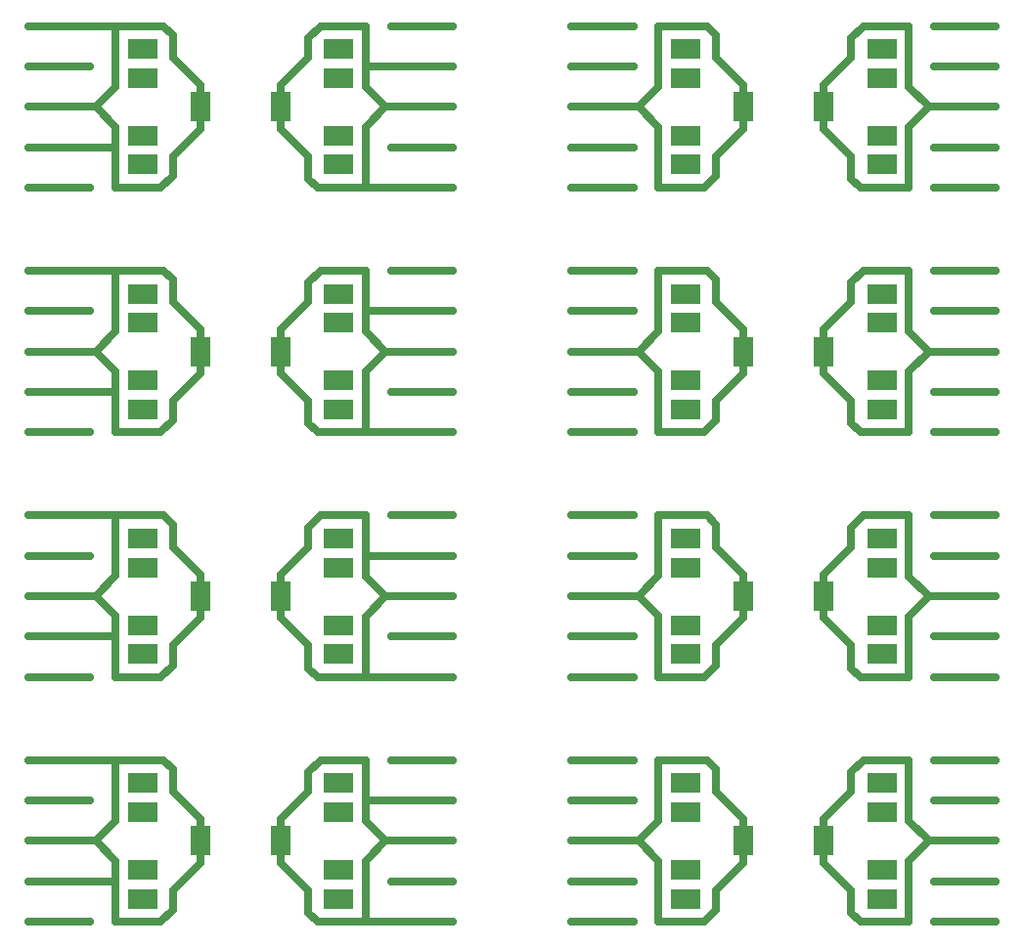
<source format=gbl>
G04 #@! TF.GenerationSoftware,KiCad,Pcbnew,(5.1.0)-1*
G04 #@! TF.CreationDate,2019-06-08T18:11:24-04:00*
G04 #@! TF.ProjectId,input+output,696e7075-742b-46f7-9574-7075742e6b69,0.1*
G04 #@! TF.SameCoordinates,Original*
G04 #@! TF.FileFunction,Copper,L2,Bot*
G04 #@! TF.FilePolarity,Positive*
%FSLAX46Y46*%
G04 Gerber Fmt 4.6, Leading zero omitted, Abs format (unit mm)*
G04 Created by KiCad (PCBNEW (5.1.0)-1) date 2019-06-08 18:11:24*
%MOMM*%
%LPD*%
G04 APERTURE LIST*
%ADD10R,2.500000X1.800000*%
%ADD11R,1.800000X2.500000*%
%ADD12C,0.609600*%
%ADD13C,0.635000*%
G04 APERTURE END LIST*
D10*
X93050000Y-135004000D03*
X93050000Y-125004000D03*
D11*
X98050000Y-130004000D03*
D10*
X93050000Y-132504000D03*
X93050000Y-127504000D03*
X93050000Y-106304000D03*
X93050000Y-111304000D03*
D11*
X98050000Y-108804000D03*
D10*
X93050000Y-103804000D03*
X93050000Y-113804000D03*
X110050000Y-103804000D03*
X110050000Y-113804000D03*
D11*
X105050000Y-108804000D03*
D10*
X110050000Y-106304000D03*
X110050000Y-111304000D03*
X110050000Y-132504000D03*
X110050000Y-127504000D03*
D11*
X105050000Y-130004000D03*
D10*
X110050000Y-135004000D03*
X110050000Y-125004000D03*
X157050000Y-111304000D03*
X157050000Y-106304000D03*
D11*
X152050000Y-108804000D03*
D10*
X157050000Y-113804000D03*
X157050000Y-103804000D03*
X140050000Y-113804000D03*
X140050000Y-103804000D03*
D11*
X145050000Y-108804000D03*
D10*
X140050000Y-111304000D03*
X140050000Y-106304000D03*
X140050000Y-127504000D03*
X140050000Y-132504000D03*
D11*
X145050000Y-130004000D03*
D10*
X140050000Y-125004000D03*
X140050000Y-135004000D03*
X157050000Y-125004000D03*
X157050000Y-135004000D03*
D11*
X152050000Y-130004000D03*
D10*
X157050000Y-127504000D03*
X157050000Y-132504000D03*
X140050000Y-63904000D03*
X140050000Y-68904000D03*
D11*
X145050000Y-66404000D03*
D10*
X140050000Y-61404000D03*
X140050000Y-71404000D03*
X157050000Y-61404000D03*
X157050000Y-71404000D03*
D11*
X152050000Y-66404000D03*
D10*
X157050000Y-63904000D03*
X157050000Y-68904000D03*
X157050000Y-90104000D03*
X157050000Y-85104000D03*
D11*
X152050000Y-87604000D03*
D10*
X157050000Y-92604000D03*
X157050000Y-82604000D03*
X140050000Y-92604000D03*
X140050000Y-82604000D03*
D11*
X145050000Y-87604000D03*
D10*
X140050000Y-90104000D03*
X140050000Y-85104000D03*
X110050000Y-68904000D03*
X110050000Y-63904000D03*
D11*
X105050000Y-66404000D03*
D10*
X110050000Y-71404000D03*
X110050000Y-61404000D03*
X93050000Y-71404000D03*
X93050000Y-61404000D03*
D11*
X98050000Y-66404000D03*
D10*
X93050000Y-68904000D03*
X93050000Y-63904000D03*
X93050000Y-85104000D03*
X93050000Y-90104000D03*
D11*
X98050000Y-87604000D03*
D10*
X93050000Y-82604000D03*
X93050000Y-92604000D03*
X110050000Y-82604000D03*
X110050000Y-92604000D03*
D11*
X105050000Y-87604000D03*
D10*
X110050000Y-85104000D03*
X110050000Y-90104000D03*
D12*
X114550000Y-80604000D03*
X114550000Y-91104000D03*
X88550000Y-87604000D03*
X114550000Y-94604000D03*
X88550000Y-94604000D03*
X88550000Y-84104000D03*
X114550000Y-84104000D03*
X88550000Y-80604000D03*
X114550000Y-87604000D03*
X88550000Y-91104000D03*
X88550000Y-59404000D03*
X88550000Y-69904000D03*
X88550000Y-73404000D03*
X88550000Y-66404000D03*
X88550000Y-62904000D03*
X114550000Y-73404000D03*
X114550000Y-66404000D03*
X114550000Y-69904000D03*
X114550000Y-62904000D03*
X114550000Y-59404000D03*
X135550000Y-91104000D03*
X161550000Y-84104000D03*
X161550000Y-80604000D03*
X161550000Y-91104000D03*
X161550000Y-94604000D03*
X135550000Y-94604000D03*
X161550000Y-87604000D03*
X135550000Y-87604000D03*
X135550000Y-84104000D03*
X135550000Y-80604000D03*
X135550000Y-66404000D03*
X161550000Y-62904000D03*
X161550000Y-59404000D03*
X135550000Y-73404000D03*
X161550000Y-69904000D03*
X161550000Y-66404000D03*
X135550000Y-62904000D03*
X161550000Y-73404000D03*
X135550000Y-69904000D03*
X135550000Y-59404000D03*
X161550000Y-123004000D03*
X135550000Y-133504000D03*
X161550000Y-137004000D03*
X161550000Y-130004000D03*
X161550000Y-126504000D03*
X161550000Y-133504000D03*
X135550000Y-137004000D03*
X135550000Y-130004000D03*
X135550000Y-126504000D03*
X135550000Y-123004000D03*
X135550000Y-108804000D03*
X135550000Y-115804000D03*
X135550000Y-101804000D03*
X161550000Y-101804000D03*
X161550000Y-112304000D03*
X135550000Y-105304000D03*
X161550000Y-105304000D03*
X161550000Y-108804000D03*
X161550000Y-115804000D03*
X135550000Y-112304000D03*
X88550000Y-130004000D03*
X88550000Y-108804000D03*
X114550000Y-115804000D03*
X114550000Y-123004000D03*
X88550000Y-133504000D03*
X114550000Y-126504000D03*
X88550000Y-112304000D03*
X88550000Y-101804000D03*
X114550000Y-137004000D03*
X88550000Y-126504000D03*
X114550000Y-133504000D03*
X114550000Y-130004000D03*
X88550000Y-137004000D03*
X88550000Y-105304000D03*
X88550000Y-115804000D03*
X114550000Y-112304000D03*
X114550000Y-105304000D03*
X88550000Y-123004000D03*
X114550000Y-108804000D03*
X114550000Y-101804000D03*
D13*
X114118948Y-87604000D02*
X114550000Y-87604000D01*
X95677000Y-91862000D02*
X95677000Y-93573000D01*
X112361000Y-94604000D02*
X112361000Y-89361948D01*
X112391000Y-84190000D02*
X112391000Y-85876052D01*
X107423000Y-83346000D02*
X107423000Y-81635000D01*
X114550000Y-84104000D02*
X112477000Y-84104000D01*
X98050000Y-85719000D02*
X95677000Y-83346000D01*
X112361000Y-89361948D02*
X114118948Y-87604000D01*
X105050000Y-85719000D02*
X107423000Y-83346000D01*
X98050000Y-89489000D02*
X95677000Y-91862000D01*
X88550000Y-80604000D02*
X83150000Y-80604000D01*
X114550000Y-91104000D02*
X119950000Y-91104000D01*
X105050000Y-89489000D02*
X107423000Y-91862000D01*
X112391000Y-85876052D02*
X114118948Y-87604000D01*
X114550000Y-94604000D02*
X119950000Y-94604000D01*
X114550000Y-80604000D02*
X119950000Y-80604000D01*
X105050000Y-87604000D02*
X105050000Y-89489000D01*
X107423000Y-91862000D02*
X107423000Y-93827000D01*
X114550000Y-87604000D02*
X119950000Y-87604000D01*
X108200000Y-94604000D02*
X112361000Y-94604000D01*
X88550000Y-87604000D02*
X83150000Y-87604000D01*
X107423000Y-81635000D02*
X108454000Y-80604000D01*
X107423000Y-93827000D02*
X108200000Y-94604000D01*
X112477000Y-84104000D02*
X112391000Y-84190000D01*
X105050000Y-87604000D02*
X105050000Y-85719000D01*
X108454000Y-80604000D02*
X112391000Y-80604000D01*
X88550000Y-91104000D02*
X83150000Y-91104000D01*
X112391000Y-80604000D02*
X112391000Y-84190000D01*
X88550000Y-94604000D02*
X83150000Y-94604000D01*
X88550000Y-84104000D02*
X83150000Y-84104000D01*
X112361000Y-94604000D02*
X114550000Y-94604000D01*
X114550000Y-84104000D02*
X119950000Y-84104000D01*
X90739000Y-80604000D02*
X88550000Y-80604000D01*
X98050000Y-87604000D02*
X98050000Y-85719000D01*
X95677000Y-81381000D02*
X94900000Y-80604000D01*
X94900000Y-80604000D02*
X90739000Y-80604000D01*
X95677000Y-93573000D02*
X94646000Y-94604000D01*
X90709000Y-91018000D02*
X90709000Y-89331948D01*
X88981052Y-87604000D02*
X88550000Y-87604000D01*
X88550000Y-91104000D02*
X90623000Y-91104000D01*
X95677000Y-83346000D02*
X95677000Y-81381000D01*
X90739000Y-80604000D02*
X90739000Y-85846052D01*
X90739000Y-85846052D02*
X88981052Y-87604000D01*
X94646000Y-94604000D02*
X90709000Y-94604000D01*
X90623000Y-91104000D02*
X90709000Y-91018000D01*
X90709000Y-94604000D02*
X90709000Y-91018000D01*
X98050000Y-87604000D02*
X98050000Y-89489000D01*
X90709000Y-89331948D02*
X88981052Y-87604000D01*
X112391000Y-59404000D02*
X112391000Y-62990000D01*
X107423000Y-72627000D02*
X108200000Y-73404000D01*
X114550000Y-69904000D02*
X119950000Y-69904000D01*
X105050000Y-68289000D02*
X107423000Y-70662000D01*
X112391000Y-64676052D02*
X114118948Y-66404000D01*
X112361000Y-73404000D02*
X114550000Y-73404000D01*
X107423000Y-60435000D02*
X108454000Y-59404000D01*
X112477000Y-62904000D02*
X112391000Y-62990000D01*
X114550000Y-73404000D02*
X119950000Y-73404000D01*
X114550000Y-59404000D02*
X119950000Y-59404000D01*
X114550000Y-66404000D02*
X119950000Y-66404000D01*
X105050000Y-64519000D02*
X107423000Y-62146000D01*
X112361000Y-68161948D02*
X114118948Y-66404000D01*
X105050000Y-66404000D02*
X105050000Y-68289000D01*
X114550000Y-62904000D02*
X119950000Y-62904000D01*
X107423000Y-70662000D02*
X107423000Y-72627000D01*
X108200000Y-73404000D02*
X112361000Y-73404000D01*
X105050000Y-66404000D02*
X105050000Y-64519000D01*
X108454000Y-59404000D02*
X112391000Y-59404000D01*
X88550000Y-69904000D02*
X83150000Y-69904000D01*
X88550000Y-59404000D02*
X83150000Y-59404000D01*
X88550000Y-66404000D02*
X83150000Y-66404000D01*
X88550000Y-73404000D02*
X83150000Y-73404000D01*
X88550000Y-62904000D02*
X83150000Y-62904000D01*
X98050000Y-64519000D02*
X95677000Y-62146000D01*
X98050000Y-68289000D02*
X95677000Y-70662000D01*
X90739000Y-64646052D02*
X88981052Y-66404000D01*
X98050000Y-66404000D02*
X98050000Y-68289000D01*
X95677000Y-62146000D02*
X95677000Y-60181000D01*
X95677000Y-60181000D02*
X94900000Y-59404000D01*
X90709000Y-68131948D02*
X88981052Y-66404000D01*
X90739000Y-59404000D02*
X88550000Y-59404000D01*
X94900000Y-59404000D02*
X90739000Y-59404000D01*
X98050000Y-66404000D02*
X98050000Y-64519000D01*
X95677000Y-72373000D02*
X94646000Y-73404000D01*
X94646000Y-73404000D02*
X90709000Y-73404000D01*
X90623000Y-69904000D02*
X90709000Y-69818000D01*
X90709000Y-73404000D02*
X90709000Y-69818000D01*
X90709000Y-69818000D02*
X90709000Y-68131948D01*
X88981052Y-66404000D02*
X88550000Y-66404000D01*
X88550000Y-69904000D02*
X90623000Y-69904000D01*
X90739000Y-59404000D02*
X90739000Y-64646052D01*
X95677000Y-70662000D02*
X95677000Y-72373000D01*
X107423000Y-62146000D02*
X107423000Y-60435000D01*
X112361000Y-73404000D02*
X112361000Y-68161948D01*
X114550000Y-62904000D02*
X112477000Y-62904000D01*
X114118948Y-66404000D02*
X114550000Y-66404000D01*
X112391000Y-62990000D02*
X112391000Y-64676052D01*
X145050000Y-66404000D02*
X145050000Y-64519000D01*
X142677000Y-70662000D02*
X142677000Y-72373000D01*
X135550000Y-62904000D02*
X130150000Y-62904000D01*
X135550000Y-73404000D02*
X130150000Y-73404000D01*
X145050000Y-68289000D02*
X142677000Y-70662000D01*
X137709000Y-73404000D02*
X137709000Y-69818000D01*
X145050000Y-64519000D02*
X142677000Y-62146000D01*
X145050000Y-66404000D02*
X145050000Y-68289000D01*
X142677000Y-62146000D02*
X142677000Y-60181000D01*
X137709000Y-68131948D02*
X135981052Y-66404000D01*
X141900000Y-59404000D02*
X137739000Y-59404000D01*
X137739000Y-64646052D02*
X135981052Y-66404000D01*
X141646000Y-73404000D02*
X137709000Y-73404000D01*
X142677000Y-72373000D02*
X141646000Y-73404000D01*
X137709000Y-69818000D02*
X137709000Y-68131948D01*
X135550000Y-66404000D02*
X130150000Y-66404000D01*
X135981052Y-66404000D02*
X135550000Y-66404000D01*
X137739000Y-59404000D02*
X137739000Y-64646052D01*
X135550000Y-69904000D02*
X130150000Y-69904000D01*
X142677000Y-60181000D02*
X141900000Y-59404000D01*
X135550000Y-59404000D02*
X130150000Y-59404000D01*
X159391000Y-62990000D02*
X159391000Y-64676052D01*
X154423000Y-62146000D02*
X154423000Y-60435000D01*
X161118948Y-66404000D02*
X161550000Y-66404000D01*
X159361000Y-73404000D02*
X159361000Y-68161948D01*
X154423000Y-70662000D02*
X154423000Y-72627000D01*
X152050000Y-64519000D02*
X154423000Y-62146000D01*
X154423000Y-72627000D02*
X155200000Y-73404000D01*
X161550000Y-66404000D02*
X166950000Y-66404000D01*
X159391000Y-64676052D02*
X161118948Y-66404000D01*
X159391000Y-59404000D02*
X159391000Y-62990000D01*
X161550000Y-69904000D02*
X166950000Y-69904000D01*
X154423000Y-60435000D02*
X155454000Y-59404000D01*
X152050000Y-66404000D02*
X152050000Y-68289000D01*
X152050000Y-68289000D02*
X154423000Y-70662000D01*
X161550000Y-73404000D02*
X166950000Y-73404000D01*
X161550000Y-59404000D02*
X166950000Y-59404000D01*
X159361000Y-68161948D02*
X161118948Y-66404000D01*
X161550000Y-62904000D02*
X166950000Y-62904000D01*
X155200000Y-73404000D02*
X159361000Y-73404000D01*
X155454000Y-59404000D02*
X159391000Y-59404000D01*
X152050000Y-66404000D02*
X152050000Y-64519000D01*
X154423000Y-83346000D02*
X154423000Y-81635000D01*
X161550000Y-94604000D02*
X166950000Y-94604000D01*
X152050000Y-87604000D02*
X152050000Y-89489000D01*
X159361000Y-89361948D02*
X161118948Y-87604000D01*
X154423000Y-91862000D02*
X154423000Y-93827000D01*
X161550000Y-91104000D02*
X166950000Y-91104000D01*
X161550000Y-87604000D02*
X166950000Y-87604000D01*
X135550000Y-80604000D02*
X130150000Y-80604000D01*
X159391000Y-84190000D02*
X159391000Y-85876052D01*
X152050000Y-85719000D02*
X154423000Y-83346000D01*
X142677000Y-91862000D02*
X142677000Y-93573000D01*
X145050000Y-85719000D02*
X142677000Y-83346000D01*
X145050000Y-89489000D02*
X142677000Y-91862000D01*
X152050000Y-89489000D02*
X154423000Y-91862000D01*
X159361000Y-94604000D02*
X159361000Y-89361948D01*
X159391000Y-85876052D02*
X161118948Y-87604000D01*
X161550000Y-80604000D02*
X166950000Y-80604000D01*
X161118948Y-87604000D02*
X161550000Y-87604000D01*
X155200000Y-94604000D02*
X159361000Y-94604000D01*
X135550000Y-87604000D02*
X130150000Y-87604000D01*
X154423000Y-81635000D02*
X155454000Y-80604000D01*
X159391000Y-80604000D02*
X159391000Y-84190000D01*
X137739000Y-85846052D02*
X135981052Y-87604000D01*
X137709000Y-89331948D02*
X135981052Y-87604000D01*
X135550000Y-91104000D02*
X130150000Y-91104000D01*
X161550000Y-84104000D02*
X166950000Y-84104000D01*
X142677000Y-81381000D02*
X141900000Y-80604000D01*
X137739000Y-80604000D02*
X137739000Y-85846052D01*
X155454000Y-80604000D02*
X159391000Y-80604000D01*
X142677000Y-93573000D02*
X141646000Y-94604000D01*
X135550000Y-94604000D02*
X130150000Y-94604000D01*
X137709000Y-91018000D02*
X137709000Y-89331948D01*
X142677000Y-83346000D02*
X142677000Y-81381000D01*
X137709000Y-94604000D02*
X137709000Y-91018000D01*
X141646000Y-94604000D02*
X137709000Y-94604000D01*
X145050000Y-87604000D02*
X145050000Y-89489000D01*
X152050000Y-87604000D02*
X152050000Y-85719000D01*
X135550000Y-84104000D02*
X130150000Y-84104000D01*
X145050000Y-87604000D02*
X145050000Y-85719000D01*
X154423000Y-93827000D02*
X155200000Y-94604000D01*
X135981052Y-87604000D02*
X135550000Y-87604000D01*
X141900000Y-80604000D02*
X137739000Y-80604000D01*
X154423000Y-115027000D02*
X155200000Y-115804000D01*
X135550000Y-101804000D02*
X130150000Y-101804000D01*
X152050000Y-110689000D02*
X154423000Y-113062000D01*
X152050000Y-106919000D02*
X154423000Y-104546000D01*
X145050000Y-106919000D02*
X142677000Y-104546000D01*
X137739000Y-107046052D02*
X135981052Y-108804000D01*
X142677000Y-113062000D02*
X142677000Y-114773000D01*
X135550000Y-108804000D02*
X130150000Y-108804000D01*
X137709000Y-112218000D02*
X137709000Y-110531948D01*
X142677000Y-102581000D02*
X141900000Y-101804000D01*
X145050000Y-108804000D02*
X145050000Y-110689000D01*
X137709000Y-110531948D02*
X135981052Y-108804000D01*
X142677000Y-114773000D02*
X141646000Y-115804000D01*
X154423000Y-104546000D02*
X154423000Y-102835000D01*
X135550000Y-105304000D02*
X130150000Y-105304000D01*
X135550000Y-112304000D02*
X130150000Y-112304000D01*
X154423000Y-113062000D02*
X154423000Y-115027000D01*
X161550000Y-108804000D02*
X166950000Y-108804000D01*
X135981052Y-108804000D02*
X135550000Y-108804000D01*
X145050000Y-108804000D02*
X145050000Y-106919000D01*
X141900000Y-101804000D02*
X137739000Y-101804000D01*
X159391000Y-105390000D02*
X159391000Y-107076052D01*
X137709000Y-115804000D02*
X137709000Y-112218000D01*
X142677000Y-104546000D02*
X142677000Y-102581000D01*
X159361000Y-115804000D02*
X159361000Y-110561948D01*
X161550000Y-112304000D02*
X166950000Y-112304000D01*
X141646000Y-115804000D02*
X137709000Y-115804000D01*
X152050000Y-108804000D02*
X152050000Y-110689000D01*
X159391000Y-101804000D02*
X159391000Y-105390000D01*
X154423000Y-102835000D02*
X155454000Y-101804000D01*
X159391000Y-107076052D02*
X161118948Y-108804000D01*
X137739000Y-101804000D02*
X137739000Y-107046052D01*
X145050000Y-110689000D02*
X142677000Y-113062000D01*
X161118948Y-108804000D02*
X161550000Y-108804000D01*
X135550000Y-115804000D02*
X130150000Y-115804000D01*
X159361000Y-131761948D02*
X161118948Y-130004000D01*
X161550000Y-137004000D02*
X166950000Y-137004000D01*
X155454000Y-101804000D02*
X159391000Y-101804000D01*
X161550000Y-101804000D02*
X166950000Y-101804000D01*
X161550000Y-115804000D02*
X166950000Y-115804000D01*
X161550000Y-105304000D02*
X166950000Y-105304000D01*
X159361000Y-110561948D02*
X161118948Y-108804000D01*
X155200000Y-115804000D02*
X159361000Y-115804000D01*
X152050000Y-108804000D02*
X152050000Y-106919000D01*
X154423000Y-125746000D02*
X154423000Y-124035000D01*
X152050000Y-130004000D02*
X152050000Y-131889000D01*
X154423000Y-136227000D02*
X155200000Y-137004000D01*
X141900000Y-123004000D02*
X137739000Y-123004000D01*
X141646000Y-137004000D02*
X137709000Y-137004000D01*
X145050000Y-130004000D02*
X145050000Y-128119000D01*
X135550000Y-126504000D02*
X130150000Y-126504000D01*
X145050000Y-130004000D02*
X145050000Y-131889000D01*
X135981052Y-130004000D02*
X135550000Y-130004000D01*
X152050000Y-130004000D02*
X152050000Y-128119000D01*
X159391000Y-126590000D02*
X159391000Y-128276052D01*
X161550000Y-130004000D02*
X166950000Y-130004000D01*
X152050000Y-131889000D02*
X154423000Y-134262000D01*
X145050000Y-128119000D02*
X142677000Y-125746000D01*
X159391000Y-128276052D02*
X161118948Y-130004000D01*
X135550000Y-130004000D02*
X130150000Y-130004000D01*
X154423000Y-134262000D02*
X154423000Y-136227000D01*
X154423000Y-124035000D02*
X155454000Y-123004000D01*
X152050000Y-128119000D02*
X154423000Y-125746000D01*
X161550000Y-133504000D02*
X166950000Y-133504000D01*
X161550000Y-123004000D02*
X166950000Y-123004000D01*
X142677000Y-134262000D02*
X142677000Y-135973000D01*
X135550000Y-123004000D02*
X130150000Y-123004000D01*
X155200000Y-137004000D02*
X159361000Y-137004000D01*
X161118948Y-130004000D02*
X161550000Y-130004000D01*
X159361000Y-137004000D02*
X159361000Y-131761948D01*
X145050000Y-131889000D02*
X142677000Y-134262000D01*
X135550000Y-133504000D02*
X130150000Y-133504000D01*
X159391000Y-123004000D02*
X159391000Y-126590000D01*
X137709000Y-131731948D02*
X135981052Y-130004000D01*
X137739000Y-128246052D02*
X135981052Y-130004000D01*
X142677000Y-123781000D02*
X141900000Y-123004000D01*
X142677000Y-135973000D02*
X141646000Y-137004000D01*
X135550000Y-137004000D02*
X130150000Y-137004000D01*
X155454000Y-123004000D02*
X159391000Y-123004000D01*
X137709000Y-133418000D02*
X137709000Y-131731948D01*
X137709000Y-137004000D02*
X137709000Y-133418000D01*
X137739000Y-123004000D02*
X137739000Y-128246052D01*
X142677000Y-125746000D02*
X142677000Y-123781000D01*
X161550000Y-126504000D02*
X166950000Y-126504000D01*
X88550000Y-112304000D02*
X90623000Y-112304000D01*
X98050000Y-108804000D02*
X98050000Y-110689000D01*
X90739000Y-107046052D02*
X88981052Y-108804000D01*
X107423000Y-104546000D02*
X107423000Y-102835000D01*
X95677000Y-102581000D02*
X94900000Y-101804000D01*
X90709000Y-112218000D02*
X90709000Y-110531948D01*
X98050000Y-110689000D02*
X95677000Y-113062000D01*
X95677000Y-104546000D02*
X95677000Y-102581000D01*
X94900000Y-101804000D02*
X90739000Y-101804000D01*
X90709000Y-115804000D02*
X90709000Y-112218000D01*
X95677000Y-113062000D02*
X95677000Y-114773000D01*
X114550000Y-105304000D02*
X112477000Y-105304000D01*
X88981052Y-108804000D02*
X88550000Y-108804000D01*
X90623000Y-112304000D02*
X90709000Y-112218000D01*
X90739000Y-101804000D02*
X90739000Y-107046052D01*
X90709000Y-110531948D02*
X88981052Y-108804000D01*
X95677000Y-114773000D02*
X94646000Y-115804000D01*
X90739000Y-101804000D02*
X88550000Y-101804000D01*
X112361000Y-115804000D02*
X112361000Y-110561948D01*
X98050000Y-108804000D02*
X98050000Y-106919000D01*
X98050000Y-106919000D02*
X95677000Y-104546000D01*
X114118948Y-108804000D02*
X114550000Y-108804000D01*
X94646000Y-115804000D02*
X90709000Y-115804000D01*
X112391000Y-105390000D02*
X112391000Y-107076052D01*
X88550000Y-108804000D02*
X83150000Y-108804000D01*
X112361000Y-115804000D02*
X114550000Y-115804000D01*
X88550000Y-115804000D02*
X83150000Y-115804000D01*
X88550000Y-105304000D02*
X83150000Y-105304000D01*
X88550000Y-101804000D02*
X83150000Y-101804000D01*
X105050000Y-108804000D02*
X105050000Y-106919000D01*
X108454000Y-101804000D02*
X112391000Y-101804000D01*
X114550000Y-105304000D02*
X119950000Y-105304000D01*
X114550000Y-108804000D02*
X119950000Y-108804000D01*
X112391000Y-107076052D02*
X114118948Y-108804000D01*
X105050000Y-110689000D02*
X107423000Y-113062000D01*
X112477000Y-105304000D02*
X112391000Y-105390000D01*
X112361000Y-110561948D02*
X114118948Y-108804000D01*
X105050000Y-108804000D02*
X105050000Y-110689000D01*
X105050000Y-106919000D02*
X107423000Y-104546000D01*
X114550000Y-112304000D02*
X119950000Y-112304000D01*
X107423000Y-113062000D02*
X107423000Y-115027000D01*
X107423000Y-115027000D02*
X108200000Y-115804000D01*
X114550000Y-115804000D02*
X119950000Y-115804000D01*
X114550000Y-101804000D02*
X119950000Y-101804000D01*
X108200000Y-115804000D02*
X112361000Y-115804000D01*
X88550000Y-112304000D02*
X83150000Y-112304000D01*
X112391000Y-101804000D02*
X112391000Y-105390000D01*
X107423000Y-102835000D02*
X108454000Y-101804000D01*
X90623000Y-133504000D02*
X90709000Y-133418000D01*
X94900000Y-123004000D02*
X90739000Y-123004000D01*
X98050000Y-130004000D02*
X98050000Y-131889000D01*
X114550000Y-126504000D02*
X119950000Y-126504000D01*
X90709000Y-131731948D02*
X88981052Y-130004000D01*
X90709000Y-133418000D02*
X90709000Y-131731948D01*
X95677000Y-123781000D02*
X94900000Y-123004000D01*
X95677000Y-135973000D02*
X94646000Y-137004000D01*
X90739000Y-123004000D02*
X88550000Y-123004000D01*
X90739000Y-128246052D02*
X88981052Y-130004000D01*
X98050000Y-130004000D02*
X98050000Y-128119000D01*
X88981052Y-130004000D02*
X88550000Y-130004000D01*
X88550000Y-133504000D02*
X90623000Y-133504000D01*
X90709000Y-137004000D02*
X90709000Y-133418000D01*
X95677000Y-125746000D02*
X95677000Y-123781000D01*
X94646000Y-137004000D02*
X90709000Y-137004000D01*
X90739000Y-123004000D02*
X90739000Y-128246052D01*
X112361000Y-137004000D02*
X114550000Y-137004000D01*
X98050000Y-131889000D02*
X95677000Y-134262000D01*
X112477000Y-126504000D02*
X112391000Y-126590000D01*
X112391000Y-123004000D02*
X112391000Y-126590000D01*
X108454000Y-123004000D02*
X112391000Y-123004000D01*
X88550000Y-123004000D02*
X83150000Y-123004000D01*
X114550000Y-137004000D02*
X119950000Y-137004000D01*
X114550000Y-123004000D02*
X119950000Y-123004000D01*
X114550000Y-133504000D02*
X119950000Y-133504000D01*
X88550000Y-130004000D02*
X83150000Y-130004000D01*
X105050000Y-130004000D02*
X105050000Y-128119000D01*
X107423000Y-134262000D02*
X107423000Y-136227000D01*
X88550000Y-133504000D02*
X83150000Y-133504000D01*
X88550000Y-137004000D02*
X83150000Y-137004000D01*
X112391000Y-128276052D02*
X114118948Y-130004000D01*
X114550000Y-130004000D02*
X119950000Y-130004000D01*
X107423000Y-124035000D02*
X108454000Y-123004000D01*
X108200000Y-137004000D02*
X112361000Y-137004000D01*
X105050000Y-131889000D02*
X107423000Y-134262000D01*
X107423000Y-136227000D02*
X108200000Y-137004000D01*
X105050000Y-130004000D02*
X105050000Y-131889000D01*
X88550000Y-126504000D02*
X83150000Y-126504000D01*
X107423000Y-125746000D02*
X107423000Y-124035000D01*
X105050000Y-128119000D02*
X107423000Y-125746000D01*
X95677000Y-134262000D02*
X95677000Y-135973000D01*
X112361000Y-131761948D02*
X114118948Y-130004000D01*
X114118948Y-130004000D02*
X114550000Y-130004000D01*
X98050000Y-128119000D02*
X95677000Y-125746000D01*
X112361000Y-137004000D02*
X112361000Y-131761948D01*
X112391000Y-126590000D02*
X112391000Y-128276052D01*
X114550000Y-126504000D02*
X112477000Y-126504000D01*
M02*

</source>
